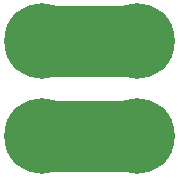
<source format=gbs>
G04 #@! TF.FileFunction,Soldermask,Bot*
%FSLAX46Y46*%
G04 Gerber Fmt 4.6, Leading zero omitted, Abs format (unit mm)*
G04 Created by KiCad (PCBNEW 4.0.1-3.201512221402+6198~38~ubuntu14.04.1-stable) date Tue 01 Mar 2016 01:38:21 PM PST*
%MOMM*%
G01*
G04 APERTURE LIST*
%ADD10C,0.100000*%
%ADD11C,6.000000*%
%ADD12C,2.400000*%
%ADD13C,2.300000*%
%ADD14C,6.400000*%
G04 APERTURE END LIST*
D10*
D11*
X127300000Y-85500000D02*
X135600000Y-85500000D01*
X127300000Y-93500000D02*
X135600000Y-93500000D01*
D12*
X131500000Y-86960000D03*
D13*
X131500000Y-92040000D03*
D14*
X127500000Y-93500000D03*
X127500000Y-85500000D03*
X135500000Y-85500000D03*
X135500000Y-93500000D03*
M02*

</source>
